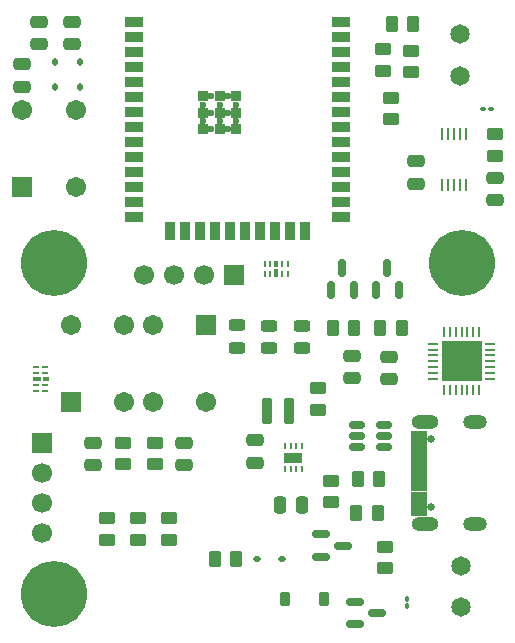
<source format=gts>
G04 #@! TF.GenerationSoftware,KiCad,Pcbnew,9.0.2*
G04 #@! TF.CreationDate,2025-07-23T09:57:04+02:00*
G04 #@! TF.ProjectId,Capteur_courant_IoT,43617074-6575-4725-9f63-6f7572616e74,rev?*
G04 #@! TF.SameCoordinates,Original*
G04 #@! TF.FileFunction,Soldermask,Top*
G04 #@! TF.FilePolarity,Negative*
%FSLAX46Y46*%
G04 Gerber Fmt 4.6, Leading zero omitted, Abs format (unit mm)*
G04 Created by KiCad (PCBNEW 9.0.2) date 2025-07-23 09:57:04*
%MOMM*%
%LPD*%
G01*
G04 APERTURE LIST*
G04 Aperture macros list*
%AMRoundRect*
0 Rectangle with rounded corners*
0 $1 Rounding radius*
0 $2 $3 $4 $5 $6 $7 $8 $9 X,Y pos of 4 corners*
0 Add a 4 corners polygon primitive as box body*
4,1,4,$2,$3,$4,$5,$6,$7,$8,$9,$2,$3,0*
0 Add four circle primitives for the rounded corners*
1,1,$1+$1,$2,$3*
1,1,$1+$1,$4,$5*
1,1,$1+$1,$6,$7*
1,1,$1+$1,$8,$9*
0 Add four rect primitives between the rounded corners*
20,1,$1+$1,$2,$3,$4,$5,0*
20,1,$1+$1,$4,$5,$6,$7,0*
20,1,$1+$1,$6,$7,$8,$9,0*
20,1,$1+$1,$8,$9,$2,$3,0*%
G04 Aperture macros list end*
%ADD10C,0.010000*%
%ADD11RoundRect,0.250000X0.262500X0.450000X-0.262500X0.450000X-0.262500X-0.450000X0.262500X-0.450000X0*%
%ADD12RoundRect,0.112500X0.187500X0.112500X-0.187500X0.112500X-0.187500X-0.112500X0.187500X-0.112500X0*%
%ADD13RoundRect,0.250000X-0.475000X0.250000X-0.475000X-0.250000X0.475000X-0.250000X0.475000X0.250000X0*%
%ADD14RoundRect,0.250000X0.475000X-0.250000X0.475000X0.250000X-0.475000X0.250000X-0.475000X-0.250000X0*%
%ADD15RoundRect,0.250000X0.450000X-0.262500X0.450000X0.262500X-0.450000X0.262500X-0.450000X-0.262500X0*%
%ADD16C,5.600000*%
%ADD17RoundRect,0.150000X0.512500X0.150000X-0.512500X0.150000X-0.512500X-0.150000X0.512500X-0.150000X0*%
%ADD18RoundRect,0.250000X-0.262500X-0.450000X0.262500X-0.450000X0.262500X0.450000X-0.262500X0.450000X0*%
%ADD19RoundRect,0.102000X0.312500X1.000000X-0.312500X1.000000X-0.312500X-1.000000X0.312500X-1.000000X0*%
%ADD20RoundRect,0.150000X0.150000X-0.587500X0.150000X0.587500X-0.150000X0.587500X-0.150000X-0.587500X0*%
%ADD21RoundRect,0.250000X-0.450000X0.262500X-0.450000X-0.262500X0.450000X-0.262500X0.450000X0.262500X0*%
%ADD22R,0.250000X0.625000*%
%ADD23R,0.450000X0.700000*%
%ADD24R,0.450000X0.575000*%
%ADD25RoundRect,0.062500X-0.337500X-0.062500X0.337500X-0.062500X0.337500X0.062500X-0.337500X0.062500X0*%
%ADD26RoundRect,0.062500X-0.062500X-0.337500X0.062500X-0.337500X0.062500X0.337500X-0.062500X0.337500X0*%
%ADD27R,3.350000X3.350000*%
%ADD28R,0.625000X0.250000*%
%ADD29R,0.700000X0.450000*%
%ADD30R,0.575000X0.450000*%
%ADD31RoundRect,0.150000X-0.587500X-0.150000X0.587500X-0.150000X0.587500X0.150000X-0.587500X0.150000X0*%
%ADD32R,1.700000X1.700000*%
%ADD33C,1.700000*%
%ADD34RoundRect,0.102000X0.754000X-0.754000X0.754000X0.754000X-0.754000X0.754000X-0.754000X-0.754000X0*%
%ADD35C,1.712000*%
%ADD36RoundRect,0.100000X0.100000X-0.130000X0.100000X0.130000X-0.100000X0.130000X-0.100000X-0.130000X0*%
%ADD37RoundRect,0.243750X0.456250X-0.243750X0.456250X0.243750X-0.456250X0.243750X-0.456250X-0.243750X0*%
%ADD38C,1.651000*%
%ADD39RoundRect,0.062500X0.062500X-0.187500X0.062500X0.187500X-0.062500X0.187500X-0.062500X-0.187500X0*%
%ADD40R,1.600000X0.900000*%
%ADD41RoundRect,0.102000X-0.754000X0.754000X-0.754000X-0.754000X0.754000X-0.754000X0.754000X0.754000X0*%
%ADD42R,0.250000X1.100000*%
%ADD43RoundRect,0.112500X0.112500X-0.187500X0.112500X0.187500X-0.112500X0.187500X-0.112500X-0.187500X0*%
%ADD44RoundRect,0.100000X-0.130000X-0.100000X0.130000X-0.100000X0.130000X0.100000X-0.130000X0.100000X0*%
%ADD45RoundRect,0.250000X0.250000X0.475000X-0.250000X0.475000X-0.250000X-0.475000X0.250000X-0.475000X0*%
%ADD46R,1.500000X0.900000*%
%ADD47R,0.900000X1.500000*%
%ADD48R,0.900000X0.900000*%
%ADD49C,0.600000*%
%ADD50RoundRect,0.225000X-0.225000X-0.375000X0.225000X-0.375000X0.225000X0.375000X-0.225000X0.375000X0*%
%ADD51C,0.650000*%
%ADD52O,2.304000X1.204000*%
%ADD53O,2.004000X1.204000*%
G04 APERTURE END LIST*
D10*
X158470000Y-109927500D02*
X157220000Y-109927500D01*
X157220000Y-109227500D01*
X158470000Y-109227500D01*
X158470000Y-109927500D01*
G36*
X158470000Y-109927500D02*
G01*
X157220000Y-109927500D01*
X157220000Y-109227500D01*
X158470000Y-109227500D01*
X158470000Y-109927500D01*
G37*
X158470000Y-110727500D02*
X157220000Y-110727500D01*
X157220000Y-110027500D01*
X158470000Y-110027500D01*
X158470000Y-110727500D01*
G36*
X158470000Y-110727500D02*
G01*
X157220000Y-110727500D01*
X157220000Y-110027500D01*
X158470000Y-110027500D01*
X158470000Y-110727500D01*
G37*
X158470000Y-111227500D02*
X157220000Y-111227500D01*
X157220000Y-110827500D01*
X158470000Y-110827500D01*
X158470000Y-111227500D01*
G36*
X158470000Y-111227500D02*
G01*
X157220000Y-111227500D01*
X157220000Y-110827500D01*
X158470000Y-110827500D01*
X158470000Y-111227500D01*
G37*
X158470000Y-111727500D02*
X157220000Y-111727500D01*
X157220000Y-111327500D01*
X158470000Y-111327500D01*
X158470000Y-111727500D01*
G36*
X158470000Y-111727500D02*
G01*
X157220000Y-111727500D01*
X157220000Y-111327500D01*
X158470000Y-111327500D01*
X158470000Y-111727500D01*
G37*
X158470000Y-112227500D02*
X157220000Y-112227500D01*
X157220000Y-111827500D01*
X158470000Y-111827500D01*
X158470000Y-112227500D01*
G36*
X158470000Y-112227500D02*
G01*
X157220000Y-112227500D01*
X157220000Y-111827500D01*
X158470000Y-111827500D01*
X158470000Y-112227500D01*
G37*
X158470000Y-112727500D02*
X157220000Y-112727500D01*
X157220000Y-112327500D01*
X158470000Y-112327500D01*
X158470000Y-112727500D01*
G36*
X158470000Y-112727500D02*
G01*
X157220000Y-112727500D01*
X157220000Y-112327500D01*
X158470000Y-112327500D01*
X158470000Y-112727500D01*
G37*
X158470000Y-113227500D02*
X157220000Y-113227500D01*
X157220000Y-112827500D01*
X158470000Y-112827500D01*
X158470000Y-113227500D01*
G36*
X158470000Y-113227500D02*
G01*
X157220000Y-113227500D01*
X157220000Y-112827500D01*
X158470000Y-112827500D01*
X158470000Y-113227500D01*
G37*
X158470000Y-113727500D02*
X157220000Y-113727500D01*
X157220000Y-113327500D01*
X158470000Y-113327500D01*
X158470000Y-113727500D01*
G36*
X158470000Y-113727500D02*
G01*
X157220000Y-113727500D01*
X157220000Y-113327500D01*
X158470000Y-113327500D01*
X158470000Y-113727500D01*
G37*
X158470000Y-114227500D02*
X157220000Y-114227500D01*
X157220000Y-113827500D01*
X158470000Y-113827500D01*
X158470000Y-114227500D01*
G36*
X158470000Y-114227500D02*
G01*
X157220000Y-114227500D01*
X157220000Y-113827500D01*
X158470000Y-113827500D01*
X158470000Y-114227500D01*
G37*
X158470000Y-114727500D02*
X157220000Y-114727500D01*
X157220000Y-114327500D01*
X158470000Y-114327500D01*
X158470000Y-114727500D01*
G36*
X158470000Y-114727500D02*
G01*
X157220000Y-114727500D01*
X157220000Y-114327500D01*
X158470000Y-114327500D01*
X158470000Y-114727500D01*
G37*
X158470000Y-115527500D02*
X157220000Y-115527500D01*
X157220000Y-114827500D01*
X158470000Y-114827500D01*
X158470000Y-115527500D01*
G36*
X158470000Y-115527500D02*
G01*
X157220000Y-115527500D01*
X157220000Y-114827500D01*
X158470000Y-114827500D01*
X158470000Y-115527500D01*
G37*
X158470000Y-116327500D02*
X157220000Y-116327500D01*
X157220000Y-115627500D01*
X158470000Y-115627500D01*
X158470000Y-116327500D01*
G36*
X158470000Y-116327500D02*
G01*
X157220000Y-116327500D01*
X157220000Y-115627500D01*
X158470000Y-115627500D01*
X158470000Y-116327500D01*
G37*
D11*
X152400000Y-100500000D03*
X150575000Y-100500000D03*
D12*
X146300000Y-120000000D03*
X144200000Y-120000000D03*
D13*
X144000000Y-110000000D03*
X144000000Y-111900000D03*
D14*
X155300000Y-104800000D03*
X155300000Y-102900000D03*
D15*
X155000000Y-120825000D03*
X155000000Y-119000000D03*
D16*
X127000000Y-95000000D03*
D17*
X154900000Y-110550000D03*
X154900000Y-109600000D03*
X154900000Y-108650000D03*
X152625000Y-108650000D03*
X152625000Y-109600000D03*
X152625000Y-110550000D03*
D15*
X149300000Y-107400000D03*
X149300000Y-105575000D03*
X157200000Y-78812500D03*
X157200000Y-76987500D03*
D18*
X152587500Y-116100000D03*
X154412500Y-116100000D03*
D15*
X150400000Y-115225000D03*
X150400000Y-113400000D03*
D18*
X154575000Y-100500000D03*
X156400000Y-100500000D03*
D19*
X146875000Y-107500000D03*
X145000000Y-107500000D03*
D11*
X154512500Y-113300000D03*
X152687500Y-113300000D03*
D20*
X150450000Y-97237500D03*
X152350000Y-97237500D03*
X151400000Y-95362500D03*
D14*
X157600000Y-88250000D03*
X157600000Y-86350000D03*
D15*
X164300000Y-85912500D03*
X164300000Y-84087500D03*
D16*
X127000000Y-123000000D03*
D13*
X124300000Y-78150000D03*
X124300000Y-80050000D03*
X138000000Y-110200000D03*
X138000000Y-112100000D03*
D15*
X154800000Y-78700000D03*
X154800000Y-76875000D03*
D21*
X134100000Y-116587500D03*
X134100000Y-118412500D03*
D22*
X144800000Y-95875000D03*
X145300000Y-95875000D03*
D23*
X145800000Y-95837500D03*
D22*
X146300000Y-95875000D03*
X146800000Y-95875000D03*
X146800000Y-95100000D03*
X146300000Y-95100000D03*
D24*
X145800000Y-95075000D03*
D22*
X145300000Y-95100000D03*
X144800000Y-95100000D03*
D25*
X159030000Y-101800000D03*
X159030000Y-102300000D03*
X159030000Y-102800000D03*
X159030000Y-103300000D03*
X159030000Y-103800000D03*
X159030000Y-104300000D03*
X159030000Y-104800000D03*
D26*
X159980000Y-105750000D03*
X160480000Y-105750000D03*
X160980000Y-105750000D03*
X161480000Y-105750000D03*
X161980000Y-105750000D03*
X162480000Y-105750000D03*
X162980000Y-105750000D03*
D25*
X163930000Y-104800000D03*
X163930000Y-104300000D03*
X163930000Y-103800000D03*
X163930000Y-103300000D03*
X163930000Y-102800000D03*
X163930000Y-102300000D03*
X163930000Y-101800000D03*
D26*
X162980000Y-100850000D03*
X162480000Y-100850000D03*
X161980000Y-100850000D03*
X161480000Y-100850000D03*
X160980000Y-100850000D03*
X160480000Y-100850000D03*
X159980000Y-100850000D03*
D27*
X161480000Y-103300000D03*
D11*
X157412500Y-74700000D03*
X155587500Y-74700000D03*
D28*
X125462500Y-103800000D03*
X125462500Y-104300000D03*
D29*
X125500000Y-104800000D03*
D28*
X125462500Y-105300000D03*
X125462500Y-105800000D03*
X126237500Y-105800000D03*
X126237500Y-105300000D03*
D30*
X126262500Y-104800000D03*
D28*
X126237500Y-104300000D03*
X126237500Y-103800000D03*
D31*
X149562500Y-117950000D03*
X149562500Y-119850000D03*
X151437500Y-118900000D03*
X152462500Y-123650000D03*
X152462500Y-125550000D03*
X154337500Y-124600000D03*
D14*
X152200000Y-104750000D03*
X152200000Y-102850000D03*
D32*
X142180000Y-96000000D03*
D33*
X139640000Y-96000000D03*
X137100000Y-96000000D03*
X134560000Y-96000000D03*
D15*
X132800000Y-112025000D03*
X132800000Y-110200000D03*
D34*
X128412500Y-106750000D03*
D35*
X128412500Y-100250000D03*
X132912500Y-106750000D03*
X132912500Y-100250000D03*
D14*
X128500000Y-76450000D03*
X128500000Y-74550000D03*
D36*
X156900000Y-124020000D03*
X156900000Y-123380000D03*
D15*
X135500000Y-112025000D03*
X135500000Y-110200000D03*
D16*
X161500000Y-95000000D03*
D11*
X142425000Y-120000000D03*
X140600000Y-120000000D03*
D37*
X142500000Y-102137500D03*
X142500000Y-100262500D03*
D13*
X164300000Y-87750000D03*
X164300000Y-89650000D03*
D20*
X154250000Y-97275000D03*
X156150000Y-97275000D03*
X155200000Y-95400000D03*
D15*
X155500000Y-82812500D03*
X155500000Y-80987500D03*
D38*
X161451200Y-120587400D03*
X161451200Y-124087402D03*
D39*
X146500000Y-112400000D03*
X147000000Y-112400000D03*
X147500000Y-112400000D03*
X148000000Y-112400000D03*
X148000000Y-110500000D03*
X147500000Y-110500000D03*
X147000000Y-110500000D03*
X146500000Y-110500000D03*
D40*
X147250000Y-111450000D03*
D21*
X131500000Y-116600000D03*
X131500000Y-118425000D03*
D41*
X139887500Y-100200000D03*
D35*
X139887500Y-106700000D03*
X135387500Y-100200000D03*
X135387500Y-106700000D03*
D42*
X161827000Y-84050000D03*
X161327000Y-84050000D03*
X160827000Y-84050000D03*
X160327000Y-84050000D03*
X159827000Y-84050000D03*
X159827000Y-88350000D03*
X160327000Y-88350000D03*
X160827000Y-88350000D03*
X161327000Y-88350000D03*
X161827000Y-88350000D03*
D37*
X145200000Y-102175000D03*
X145200000Y-100300000D03*
D43*
X127100000Y-80050000D03*
X127100000Y-77950000D03*
D34*
X124300000Y-88500000D03*
D35*
X124300000Y-82000000D03*
X128800000Y-88500000D03*
X128800000Y-82000000D03*
D37*
X148000000Y-102200000D03*
X148000000Y-100325000D03*
D14*
X125700000Y-76450000D03*
X125700000Y-74550000D03*
D44*
X163300000Y-81900000D03*
X163940000Y-81900000D03*
D45*
X148000000Y-115500000D03*
X146100000Y-115500000D03*
D21*
X136700000Y-116575000D03*
X136700000Y-118400000D03*
D13*
X130300000Y-110175000D03*
X130300000Y-112075000D03*
D38*
X161351200Y-75605096D03*
X161351200Y-79105098D03*
D46*
X133750000Y-74540000D03*
X133750000Y-75810000D03*
X133750000Y-77080000D03*
X133750000Y-78350000D03*
X133750000Y-79620000D03*
X133750000Y-80890000D03*
X133750000Y-82160000D03*
X133750000Y-83430000D03*
X133750000Y-84700000D03*
X133750000Y-85970000D03*
X133750000Y-87240000D03*
X133750000Y-88510000D03*
X133750000Y-89780000D03*
X133750000Y-91050000D03*
D47*
X136785000Y-92300000D03*
X138055000Y-92300000D03*
X139325000Y-92300000D03*
X140595000Y-92300000D03*
X141865000Y-92300000D03*
X143135000Y-92300000D03*
X144405000Y-92300000D03*
X145675000Y-92300000D03*
X146945000Y-92300000D03*
X148215000Y-92300000D03*
D46*
X151250000Y-91050000D03*
X151250000Y-89780000D03*
X151250000Y-88510000D03*
X151250000Y-87240000D03*
X151250000Y-85970000D03*
X151250000Y-84700000D03*
X151250000Y-83430000D03*
X151250000Y-82160000D03*
X151250000Y-80890000D03*
X151250000Y-79620000D03*
X151250000Y-78350000D03*
X151250000Y-77080000D03*
X151250000Y-75810000D03*
X151250000Y-74540000D03*
D48*
X139600000Y-80860000D03*
D49*
X139600000Y-81560000D03*
D48*
X139600000Y-82260000D03*
D49*
X139600000Y-82960000D03*
D48*
X139600000Y-83660000D03*
D49*
X140300000Y-80860000D03*
X140300000Y-82260000D03*
X140300000Y-83660000D03*
D48*
X141000000Y-80860000D03*
D49*
X141000000Y-81560000D03*
D48*
X141000000Y-82260000D03*
D49*
X141000000Y-82960000D03*
D48*
X141000000Y-83660000D03*
D49*
X141700000Y-80860000D03*
X141700000Y-82260000D03*
X141700000Y-83660000D03*
D48*
X142400000Y-80860000D03*
D49*
X142400000Y-81560000D03*
D48*
X142400000Y-82260000D03*
D49*
X142400000Y-82960000D03*
D48*
X142400000Y-83660000D03*
D50*
X146550000Y-123400000D03*
X149850000Y-123400000D03*
D32*
X126000000Y-110190000D03*
D33*
X126000000Y-112730000D03*
X126000000Y-115270000D03*
X126000000Y-117810000D03*
D51*
X158920000Y-115667500D03*
X158920000Y-109887500D03*
D52*
X158420000Y-117097500D03*
X158420000Y-108457500D03*
D53*
X162600000Y-117097500D03*
X162600000Y-108457500D03*
D43*
X129200000Y-80050000D03*
X129200000Y-77950000D03*
M02*

</source>
